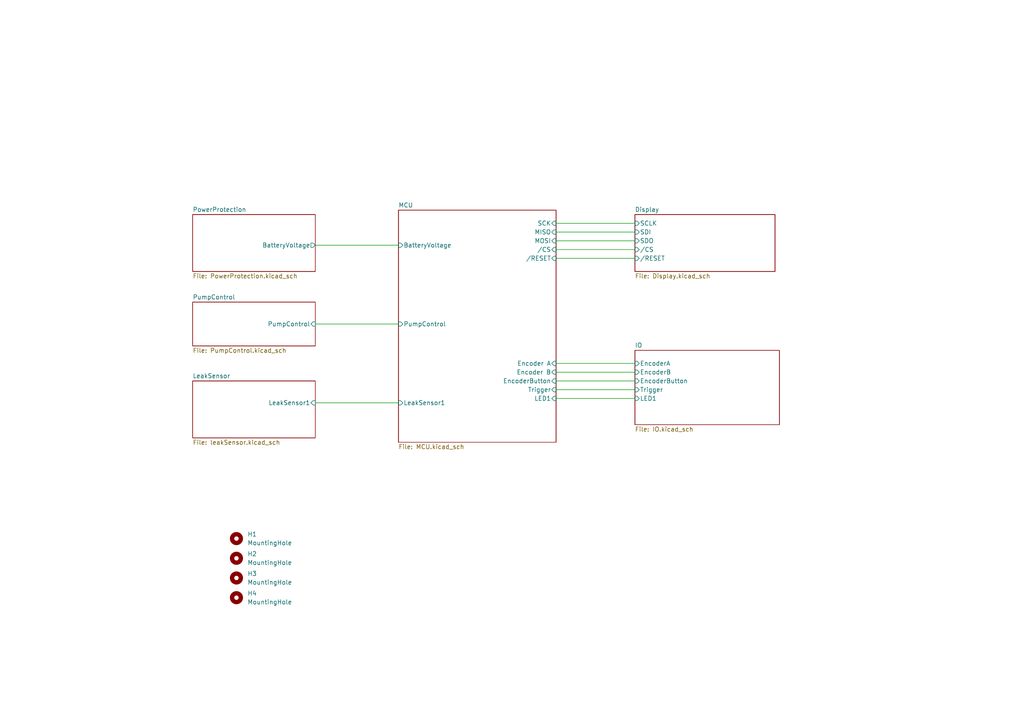
<source format=kicad_sch>
(kicad_sch (version 20250114) (generator "eeschema") (generator_version "9.0")
  (paper "A4")
  (lib_symbols
    (symbol "Mechanical:MountingHole" (pin_names (offset 1.016)) (exclude_from_sim yes) (in_bom no)
      (property "Reference" "H" (at 0 5.08 0))
      (property "Value" "MountingHole" (at 0 3.175 0))
      (symbol "MountingHole_0_1"
        (circle (center 0 0) (radius 1.27) (stroke (width 1.27)))
      )
    )
  )
  (wire (pts (xy 161.29 74.93) (xy 184.15 74.93)))
  (wire (pts (xy 161.29 110.49) (xy 184.15 110.49)))
  (wire (pts (xy 161.29 105.41) (xy 184.15 105.41)))
  (wire (pts (xy 161.29 115.57) (xy 184.15 115.57)))
  (wire (pts (xy 91.44 93.98) (xy 115.57 93.98)))
  (wire (pts (xy 161.29 69.85) (xy 184.15 69.85)))
  (wire (pts (xy 91.44 71.12) (xy 115.57 71.12)))
  (wire (pts (xy 91.44 116.84) (xy 115.57 116.84)))
  (wire (pts (xy 161.29 72.39) (xy 184.15 72.39)))
  (wire (pts (xy 161.29 64.77) (xy 184.15 64.77)))
  (wire (pts (xy 161.29 107.95) (xy 184.15 107.95)))
  (wire (pts (xy 161.29 113.03) (xy 184.15 113.03)))
  (wire (pts (xy 161.29 67.31) (xy 184.15 67.31)))
  (symbol (lib_id "Mechanical:MountingHole") (at 68.58 167.64 0) (unit 1)
    (property "Reference" "H3" (at 71.755 166.3699 0) (effects (justify left)))
    (property "Value" "MountingHole" (at 71.755 168.9099 0) (effects (justify left)))
    (property "Footprint" "MountingHole:MountingHole_2.5mm" (effects (hide yes)))
  )
  (symbol (lib_id "Mechanical:MountingHole") (at 68.58 161.925 0) (unit 1)
    (property "Reference" "H2" (at 71.755 160.6549 0) (effects (justify left)))
    (property "Value" "MountingHole" (at 71.755 163.1949 0) (effects (justify left)))
    (property "Footprint" "MountingHole:MountingHole_2.5mm" (effects (hide yes)))
  )
  (symbol (lib_id "Mechanical:MountingHole") (at 68.58 173.355 0) (unit 1)
    (property "Reference" "H4" (at 71.755 172.0849 0) (effects (justify left)))
    (property "Value" "MountingHole" (at 71.755 174.6249 0) (effects (justify left)))
    (property "Footprint" "MountingHole:MountingHole_2.5mm" (effects (hide yes)))
  )
  (symbol (lib_id "Mechanical:MountingHole") (at 68.58 156.21 0) (unit 1)
    (property "Reference" "H1" (at 71.755 154.9399 0) (effects (justify left)))
    (property "Value" "MountingHole" (at 71.755 157.4799 0) (effects (justify left)))
    (property "Footprint" "MountingHole:MountingHole_2.5mm" (effects (hide yes)))
  )
  (sheet (at 55.88 62.23) (size 35.56 16.51) (stroke (width 0.1524))
    (property "Sheetname" "PowerProtection" (at 55.88 61.5184 0) (effects (justify left bottom)))
    (property "Sheetfile" "PowerProtection.kicad_sch" (at 55.88 79.3246 0) (effects (justify left top)))
    (pin "BatteryVoltage" output (at 91.44 71.12 0))
  )
  (sheet (at 55.88 110.49) (size 35.56 16.51) (stroke (width 0.1524))
    (property "Sheetname" "LeakSensor" (at 55.88 109.7784 0) (effects (justify left bottom)))
    (property "Sheetfile" "leakSensor.kicad_sch" (at 55.88 127.5846 0) (effects (justify left top)))
    (pin "LeakSensor1" input (at 91.44 116.84 0))
  )
  (sheet (at 184.15 62.23) (size 40.64 16.51) (stroke (width 0.1524))
    (property "Sheetname" "Display" (at 184.15 61.5184 0) (effects (justify left bottom)))
    (property "Sheetfile" "Display.kicad_sch" (at 184.15 79.3246 0) (effects (justify left top)))
    (pin "SCLK" input (at 184.15 64.77 180))
    (pin "SDI" input (at 184.15 67.31 180))
    (pin "SDO" input (at 184.15 69.85 180))
    (pin "{slash}CS" input (at 184.15 72.39 180))
    (pin "{slash}RESET" input (at 184.15 74.93 180))
  )
  (sheet (at 55.88 87.63) (size 35.56 12.7) (stroke (width 0.1524))
    (property "Sheetname" "PumpControl" (at 55.88 86.9184 0) (effects (justify left bottom)))
    (property "Sheetfile" "PumpControl.kicad_sch" (at 55.88 100.9146 0) (effects (justify left top)))
    (pin "PumpControl" input (at 91.44 93.98 0))
  )
  (sheet (at 115.57 60.96) (size 45.72 67.31) (stroke (width 0.1524))
    (property "Sheetname" "MCU" (at 115.57 60.2484 0) (effects (justify left bottom)))
    (property "Sheetfile" "MCU.kicad_sch" (at 115.57 128.8546 0) (effects (justify left top)))
    (pin "Encoder A" input (at 161.29 105.41 0))
    (pin "Encoder B" input (at 161.29 107.95 0))
    (pin "EncoderButton" input (at 161.29 110.49 0))
    (pin "LeakSensor1" input (at 115.57 116.84 180))
    (pin "LED1" input (at 161.29 115.57 0))
    (pin "MISO" input (at 161.29 67.31 0))
    (pin "MOSI" input (at 161.29 69.85 0))
    (pin "PumpControl" input (at 115.57 93.98 180))
    (pin "SCK" input (at 161.29 64.77 0))
    (pin "Trigger" input (at 161.29 113.03 0))
    (pin "{slash}CS" input (at 161.29 72.39 0))
    (pin "{slash}RESET" input (at 161.29 74.93 0))
    (pin "BatteryVoltage" input (at 115.57 71.12 180))
  )
  (sheet (at 184.15 101.6) (size 41.91 21.59) (stroke (width 0.1524))
    (property "Sheetname" "IO" (at 184.15 100.8884 0) (effects (justify left bottom)))
    (property "Sheetfile" "IO.kicad_sch" (at 184.15 123.7746 0) (effects (justify left top)))
    (pin "EncoderA" input (at 184.15 105.41 180))
    (pin "EncoderB" input (at 184.15 107.95 180))
    (pin "EncoderButton" input (at 184.15 110.49 180))
    (pin "LED1" input (at 184.15 115.57 180))
    (pin "Trigger" input (at 184.15 113.03 180))
  )
)
</source>
